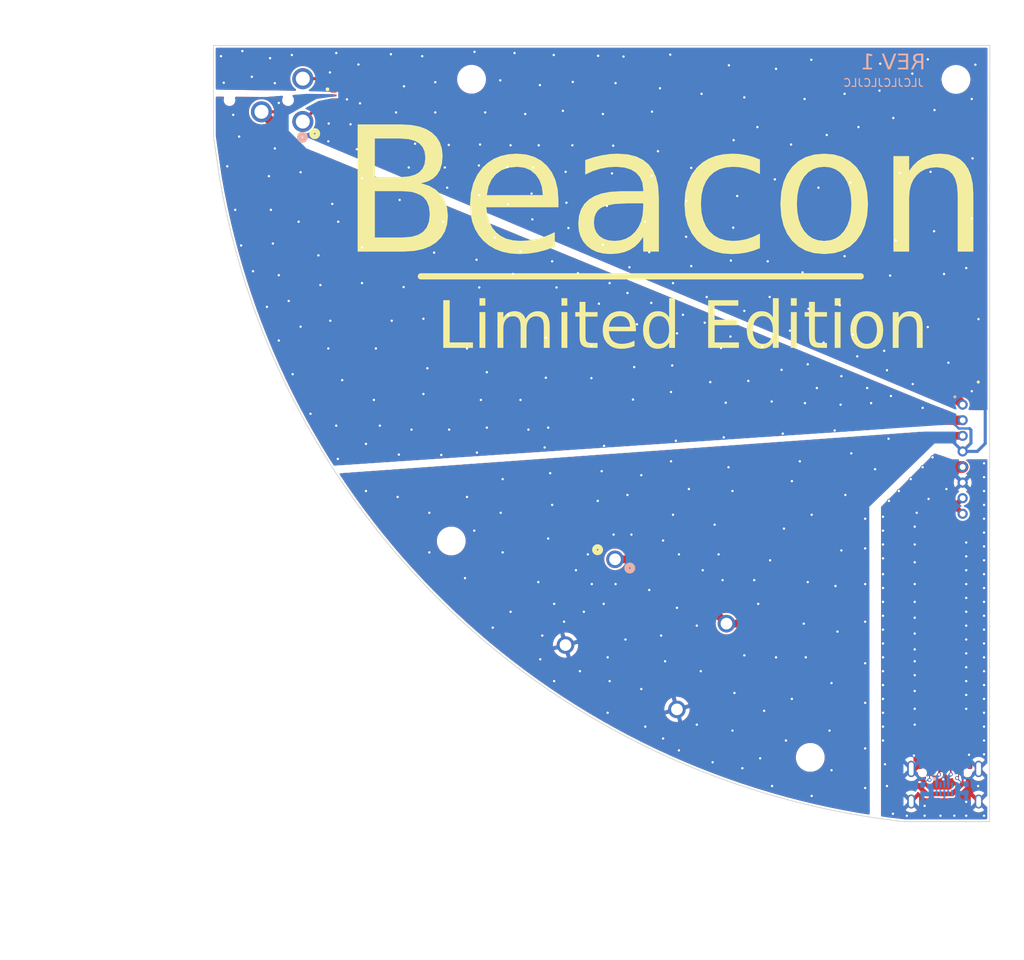
<source format=kicad_pcb>
(kicad_pcb (version 20221018) (generator pcbnew)
  (title_block (title "Beacon") (date "2023-09-02") (rev "1") (company "Beep Boop"))
  (layers (0 "F.Cu" signal) (1 "In1.Cu" signal) (2 "In2.Cu" signal) (3 "In3.Cu" signal) (4 "In4.Cu" signal) (31 "B.Cu" signal) (34 "B.Paste" user) (35 "F.Paste" user) (36 "B.SilkS" user "B.Silkscreen") (37 "F.SilkS" user "F.Silkscreen") (38 "B.Mask" user) (39 "F.Mask" user) (44 "Edge.Cuts" user))
  (net 0 "")
  (net 1 "Board_0-/Audio_Board/+5V")
  (net 2 "Board_0-/Audio_Board/AUDIO_GND_SEN")
  (net 3 "Board_0-/Audio_Board/AUDIO_HP")
  (net 4 "Board_0-/Audio_Board/AUDIO_SP")
  (net 5 "Board_0-/Audio_Board/USB_DN")
  (net 6 "Board_0-/Audio_Board/USB_DP")
  (net 7 "Board_0-GND")
  (net 8 "Board_0-Net-(D502-Pad1)")
  (net 9 "Board_0-Net-(J510-CC1)")
  (net 10 "Board_0-Net-(J510-CC2)")
  (net 11 "Board_0-unconnected-(D504-Pad5)")
  (net 12 "Board_0-unconnected-(D504E-NC-Pad10)")
  (net 13 "Board_0-unconnected-(D504E-NC-Pad6)")
  (net 14 "Board_0-unconnected-(D504E-NC-Pad7)")
  (net 15 "Board_0-unconnected-(D504E-NC-Pad9)")
  (net 16 "Board_0-unconnected-(D505-Pad2)")
  (net 17 "Board_0-unconnected-(D505-Pad5)")
  (net 18 "Board_0-unconnected-(D505E-NC-Pad10)")
  (net 19 "Board_0-unconnected-(D505E-NC-Pad6)")
  (net 20 "Board_0-unconnected-(D505E-NC-Pad7)")
  (net 21 "Board_0-unconnected-(D505E-NC-Pad9)")
  (net 22 "Board_0-unconnected-(J510-SBU1-PadA8)")
  (net 23 "Board_0-unconnected-(J510-SBU2-PadB8)")
  (footprint "Footprint_Library:Mounting_Hole_M3" (layer "F.Cu") (at 236.793535 111.285)
    (fp_text reference "" hide)
    (fp_text value "")
  )
  (footprint "Footprint_Library:0402_CUT-N-JUMP" (layer "F.Cu") (at 180.750735 30.1142 90)
    (fp_text reference "J503" hide)
    (fp_text value "0402")
  )
  (footprint "Footprint_Library:0402_CUT-N-JUMP" (layer "F.Cu") (at 252.785135 109.5654 90)
    (fp_text reference "J508" hide)
    (fp_text value "0402")
  )
  (footprint "Footprint_Library:1206_3216Metric_Handsolder" (layer "F.Cu") (at 247.908335 106.5682 90)
    (fp_text reference "F502" hide)
    (fp_text value "1A1_1206_08")
  )
  (footprint "Footprint_Library:1206_3216Metric_Handsolder" (layer "F.Cu") (at 180.674535 25.864701 90)
    (fp_text reference "C509" hide)
    (fp_text value "1u00_1206_10_T")
  )
  (footprint "Footprint_Library:Mounting_Hole_M3" (layer "F.Cu") (at 255.473535 24.314)
    (fp_text reference "" hide)
    (fp_text value "")
  )
  (footprint "Footprint_Library:0402_CUT-N-JUMP" (layer "F.Cu") (at 254.410735 109.5654 90)
    (fp_text reference "J511" hide)
    (fp_text value "0402")
  )
  (footprint "Footprint_Library:Mounting_Hole_M3" (layer "F.Cu") (at 190.763535 83.525)
    (fp_text reference "" hide)
    (fp_text value "")
  )
  (footprint "Footprint_Library:PESD4USB5BTBSX" (layer "F.Cu") (at 176.127935 26.9138 -90)
    (fp_text reference "D504" hide)
    (fp_text value "PESD4USB5B" hide)
  )
  (footprint "Footprint_Library:0201_0804Metric_Handsolder" (layer "F.Cu") (at 230.065435 95.640801 -90)
    (fp_text reference "D506" hide)
    (fp_text value "TVSL02V03C011")
  )
  (footprint "Footprint_Library:USB4105-GF-A" (layer "F.Cu") (at 254.018954 115.631)
    (fp_text reference "J510" hide)
    (fp_text value "USB_C_Receptacle_USB2.0")
  )
  (footprint "Footprint_Library:Mounting_Hole_M3" (layer "F.Cu") (at 193.363535 24.295)
    (fp_text reference "" hide)
    (fp_text value "")
  )
  (footprint "Footprint_Library:0402_1005Metric_Handsolder" (layer "F.Cu") (at 252.336635 107.0254)
    (fp_text reference "C531" hide)
    (fp_text value "????_0402_25")
  )
  (footprint "Footprint_Library:CONN_1x08_P2.00mm_Horizontal" (layer "F.Cu") (at 256.290335 73.075 -90)
    (fp_text reference "J105" hide)
    (fp_text value "Conn_01x08_Pin")
  )
  (footprint "Footprint_Library:0402_1005Metric_Handsolder" (layer "F.Cu") (at 254.859235 107.0254 180)
    (fp_text reference "C532" hide)
    (fp_text value "????_0402_25")
  )
  (footprint "Footprint_Library:Testpoint_Pad_D1.0mm" (layer "F.Cu") (at 256.239535 108.905)
    (fp_text reference "TP508" hide)
    (fp_text value "USB_DP")
  )
  (footprint "Footprint_Library:NYS2162U" (layer "F.Cu") (at 215.866739 95.531162 -30)
    (fp_text reference "J513" hide)
    (fp_text value "Conn_01x02_Pin")
  )
  (footprint "Footprint_Library:1206_3216Metric_Handsolder" (layer "F.Cu") (at 228.393436 83.6828 180)
    (fp_text reference "C514" hide)
    (fp_text value "1u00_1206_10_T")
  )
  (footprint "Footprint_Library:0201_0804Metric_Handsolder" (layer "F.Cu") (at 247.705135 110.1242 180)
    (fp_text reference "D502" hide)
    (fp_text value "ESDZV5HS-1BF4")
  )
  (footprint "PCM_kikit:Board" (layer "F.Cu") (at 259.473535 20.015)
    (fp_text reference "Audio")
    (fp_text value "Board")
  )
  (footprint "Footprint_Library:STX3000" (layer "F.Cu") (at 166.438954 27.009)
    (fp_text reference "J509" hide)
    (fp_text value "Conn_01x03_Pin")
  )
  (footprint "Footprint_Library:Testpoint_Pad_D1.0mm" (layer "F.Cu") (at 250.905535 108.905)
    (fp_text reference "TP507" hide)
    (fp_text value "USB_DN")
  )
  (footprint "Footprint_Library:0402_CUT-N-JUMP" (layer "F.Cu") (at 233.404535 86.2065 90)
    (fp_text reference "J505" hide)
    (fp_text value "0402")
  )
  (footprint "Footprint_Library:0402_1005Metric_Handsolder" (layer "B.Cu") (at 256.747535 115.3145 90)
    (fp_text reference "R518" hide)
    (fp_text value "5k10_0402_010")
  )
  (footprint "Footprint_Library:0402_1005Metric_Handsolder" (layer "B.Cu") (at 251.159535 115.4161 90)
    (fp_text reference "R517" hide)
    (fp_text value "5k10_0402_010")
  )
  (footprint "Footprint_Library:PESD4USB5BTBSX" (layer "B.Cu") (at 253.944135 115.3615)
    (fp_text reference "D505" hide)
    (fp_text value "PESD4USB5B" hide)
  )
  (gr_line (start 243.221035 49.615) (end 186.826035 49.615) (stroke (width 0.8)) (layer "F.SilkS"))
  (gr_line (start 160.232047 20) (end 259.767954 20) (stroke (width 0.1)) (layer "Edge.Cuts"))
  (gr_line (start 259.767954 20) (end 259.733954 119.568) (stroke (width 0.1)) (layer "Edge.Cuts"))
  (gr_line (start 248.811953 119.567998) (end 248.811953 119.567998) (stroke (width 0.1)) (layer "Edge.Cuts"))
  (gr_line (start 160.983506 36.815956) (end 160.244366 31.689727) (stroke (width 0.1)) (layer "Edge.Cuts"))
  (gr_arc (start 248.811953 119.567998) (mid 192.953615 94.64508) (end 160.983506 36.815956) (stroke (width 0.1)) (layer "Edge.Cuts"))
  (gr_line (start 160.244366 31.689727) (end 160.232047 20) (stroke (width 0.1)) (layer "Edge.Cuts"))
  (gr_line (start 259.733954 119.568) (end 248.811953 119.567998) (stroke (width 0.1)) (layer "Edge.Cuts"))
  (gr_text "JLCJLCJLCJLC" (at 251.373535 25.365) (layer "B.SilkS") (effects (font (size 1 1)) (justify left bottom mirror)))
  (gr_text "REV 1" (at 251.523535 23.415) (layer "B.SilkS") (effects (font (size 2 2) (thickness 0.375)) (justify left bottom mirror)))
  (gr_text "Beacon" (at 176.521035 49.165) (layer "F.SilkS") (effects (font (size 16 16) (thickness 1) italic) (justify left bottom)))
  (gr_text "Limited Edition" (at 188.871035 59.815) (layer "F.SilkS") (effects (font (size 6 6) (thickness 0.75)) (justify left bottom)))
  (segment (start 247.908335 79.6442) (end 253.477535 74.075) (width 1.5) (layer "F.Cu") (net 1))
  (segment (start 247.908335 105.0257) (end 247.908335 79.6442) (width 1.5) (layer "F.Cu") (net 1))
  (segment (start 253.477535 74.075) (end 256.290335 74.075) (width 1.5) (layer "F.Cu") (net 1))
  (segment (start 166.388954 28.509) (end 206.044954 68.165) (width 1.2) (layer "F.Cu") (net 2))
  (segment (start 256.290335 68.075) (end 206.134954 68.075) (width 1.2) (layer "F.Cu") (net 2))
  (segment (start 169.909935 28.509) (end 172.005135 26.4138) (width 0.4) (layer "F.Cu") (net 2))
  (segment (start 172.005135 26.4138) (end 175.640435 26.4138) (width 0.3) (layer "F.Cu") (net 2))
  (segment (start 206.134954 68.075) (end 206.044954 68.165) (width 0.25) (layer "F.Cu") (net 2))
  (segment (start 166.388954 28.509) (end 169.909935 28.509) (width 0.4) (layer "F.Cu") (net 2))
  (segment (start 180.674535 27.625) (end 180.674535 27.447201) (width 0.4) (layer "F.Cu") (net 3))
  (segment (start 180.226835 29.0728) (end 180.725735 29.5717) (width 0.4) (layer "F.Cu") (net 3))
  (segment (start 175.640435 27.4138) (end 174.883335 27.4138) (width 0.3) (layer "F.Cu") (net 3))
  (segment (start 175.473535 25.765) (end 175.473535 25.7469) (width 0.4) (layer "F.Cu") (net 3))
  (segment (start 177.016935 24.9326) (end 175.619935 24.9326) (width 0.4) (layer "F.Cu") (net 3))
  (segment (start 256.290335 66.075) (end 220.964535 30.7492) (width 1.2) (layer "F.Cu") (net 3))
  (segment (start 174.883335 27.4138) (end 174.773535 27.5236) (width 0.4) (layer "F.Cu") (net 3))
  (segment (start 180.768235 30.7492) (end 180.725735 30.7067) (width 1) (layer "F.Cu") (net 3))
  (segment (start 173.985635 24.259) (end 171.688954 24.259) (width 0.4) (layer "F.Cu") (net 3))
  (segment (start 218.222154 30.7492) (end 180.768235 30.7492) (width 1.2) (layer "F.Cu") (net 3))
  (segment (start 174.773535 28.215) (end 175.631335 29.0728) (width 0.4) (layer "F.Cu") (net 3))
  (segment (start 174.773535 27.5236) (end 174.773535 28.215) (width 0.4) (layer "F.Cu") (net 3))
  (segment (start 177.626535 29.0728) (end 179.226735 29.0728) (width 0.4) (layer "F.Cu") (net 3))
  (segment (start 174.034154 27.4138) (end 171.688954 29.759) (width 0.4) (layer "F.Cu") (net 3))
  (segment (start 179.226735 29.0728) (end 180.674535 27.625) (width 0.4) (layer "F.Cu") (net 3))
  (segment (start 180.725735 29.5717) (end 180.725735 30.7067) (width 0.4) (layer "F.Cu") (net 3))
  (segment (start 174.883335 27.4138) (end 174.034154 27.4138) (width 0.4) (layer "F.Cu") (net 3))
  (segment (start 175.473535 25.7469) (end 175.139585 25.41295) (width 0.4) (layer "F.Cu") (net 3))
  (segment (start 177.626535 29.0728) (end 178.159935 28.5394) (width 0.4) (layer "F.Cu") (net 3))
  (segment (start 220.964535 30.7492) (end 218.222154 30.7492) (width 1.2) (layer "F.Cu") (net 3))
  (segment (start 175.619935 24.9326) (end 175.139585 25.41295) (width 0.4) (layer "F.Cu") (net 3))
  (segment (start 175.631335 29.0728) (end 177.626535 29.0728) (width 0.4) (layer "F.Cu") (net 3))
  (segment (start 179.226735 29.0728) (end 180.226835 29.0728) (width 0.4) (layer "F.Cu") (net 3))
  (segment (start 175.139585 25.41295) (end 173.985635 24.259) (width 0.4) (layer "F.Cu") (net 3))
  (segment (start 178.159935 26.0756) (end 177.016935 24.9326) (width 0.4) (layer "F.Cu") (net 3))
  (segment (start 178.159935 28.5394) (end 178.159935 26.0756) (width 0.4) (layer "F.Cu") (net 3))
  (segment (start 251.940335 70.075) (end 236.351335 85.664) (width 1) (layer "F.Cu") (net 4))
  (segment (start 228.950637 94.168503) (end 230.065435 95.283301) (width 0.4) (layer "F.Cu") (net 4))
  (segment (start 226.006545 94.168503) (end 217.756545 85.918503) (width 1) (layer "F.Cu") (net 4))
  (segment (start 229.975936 83.6828) (end 231.398335 83.6828) (width 1) (layer "F.Cu") (net 4))
  (segment (start 233.379535 92.3442) (end 231.042735 94.681) (width 1) (layer "F.Cu") (net 4))
  (segment (start 231.398335 83.6828) (end 233.379535 85.664) (width 1) (layer "F.Cu") (net 4))
  (segment (start 217.756545 85.918503) (end 211.717126 85.918503) (width 1) (layer "F.Cu") (net 4))
  (segment (start 233.379535 86.799) (end 233.379535 85.664) (width 0.4) (layer "F.Cu") (net 4))
  (segment (start 256.290335 70.075) (end 252.886735 70.075) (width 1) (layer "F.Cu") (net 4))
  (segment (start 236.351335 85.664) (end 233.379535 85.664) (width 1) (layer "F.Cu") (net 4))
  (segment (start 226.006545 94.168503) (end 228.950637 94.168503) (width 1) (layer "F.Cu") (net 4))
  (segment (start 233.379535 92.3442) (end 233.379535 86.799) (width 1) (layer "F.Cu") (net 4))
  (segment (start 230.065435 95.283301) (end 230.440434 95.283301) (width 0.4) (layer "F.Cu") (net 4))
  (segment (start 230.440434 95.283301) (end 231.042735 94.681) (width 0.4) (layer "F.Cu") (net 4))
  (segment (start 252.886735 70.075) (end 251.940335 70.075) (width 1) (layer "F.Cu") (net 4))
  (segment (start 253.186935 108.5961) (end 253.186935 80.169712) (width 0.645) (layer "F.Cu") (net 5))
  (segment (start 252.785135 111.0386) (end 252.785135 110.1829) (width 0.4) (layer "F.Cu") (net 5))
  (segment (start 252.642235 108.905) (end 252.760135 109.0229) (width 0.13) (layer "F.Cu") (net 5))
  (segment (start 253.186935 80.169712) (end 254.667647 78.689) (width 0.645) (layer "F.Cu") (net 5))
  (segment (start 253.268954 112.231) (end 253.268954 112.631269) (width 0.13) (layer "F.Cu") (net 5))
  (segment (start 254.232935 113.1214) (end 254.283735 113.0706) (width 0.2) (layer "F.Cu") (net 5))
  (segment (start 253.268954 112.631269) (end 253.267735 112.632488) (width 0.13) (layer "F.Cu") (net 5))
  (segment (start 250.905535 108.905) (end 252.642235 108.905) (width 0.13) (layer "F.Cu") (net 5))
  (segment (start 254.283735 112.245781) (end 254.268954 112.231) (width 0.13) (layer "F.Cu") (net 5))
  (segment (start 253.318535 113.1214) (end 254.232935 113.1214) (width 0.2) (layer "F.Cu") (net 5))
  (segment (start 253.267735 113.0706) (end 253.318535 113.1214) (width 0.2) (layer "F.Cu") (net 5))
  (segment (start 253.268954 112.231) (end 253.268954 111.522419) (width 0.2) (layer "F.Cu") (net 5))
  (segment (start 252.760135 109.0229) (end 253.186935 108.5961) (width 0.645) (layer "F.Cu") (net 5))
  (segment (start 254.283735 113.0706) (end 254.283735 112.245781) (width 0.2) (layer "F.Cu") (net 5))
  (segment (start 254.667647 78.689) (end 255.676335 78.689) (width 0.645) (layer "F.Cu") (net 5))
  (segment (start 253.267735 113.0706) (end 253.267735 113.5278) (width 0.2) (layer "F.Cu") (net 5))
  (segment (start 253.268954 111.522419) (end 252.785135 111.0386) (width 0.2) (layer "F.Cu") (net 5))
  (segment (start 252.785135 110.1829) (end 252.760135 110.1579) (width 0.2) (layer "F.Cu") (net 5))
  (segment (start 255.676335 78.689) (end 256.290335 78.075) (width 0.645) (layer "F.Cu") (net 5))
  (segment (start 252.760135 110.1579) (end 252.760135 109.0229) (width 0.5) (layer "F.Cu") (net 5))
  (segment (start 253.267735 112.632488) (end 253.267735 113.0706) (width 0.2) (layer "F.Cu") (net 5))
  (via (at 253.267735 113.5278) (size 0.5) (drill 0.3) (layers "F.Cu" "B.Cu") (net 5))
  (segment (start 253.267735 113.5278) (end 252.944135 113.8514) (width 0.4) (layer "B.Cu") (net 5))
  (segment (start 252.944135 113.8514) (end 252.944135 114.874) (width 0.4) (layer "B.Cu") (net 5))
  (segment (start 254.768954 112.231) (end 254.768954 111.781233) (width 0.2) (layer "F.Cu") (net 6))
  (segment (start 254.768954 111.781233) (end 255.172735 111.377452) (width 0.2) (layer "F.Cu") (net 6))
  (segment (start 253.958935 80.489488) (end 254.987423 79.461) (width 0.645) (layer "F.Cu") (net 6))
  (segment (start 255.172735 111.0894) (end 255.121935 111.0386) (width 0.2) (layer "F.Cu") (net 6))
  (segment (start 254.359935 110.1837) (end 254.359935 109.0487) (width 0.5) (layer "F.Cu") (net 6))
  (segment (start 254.987423 79.461) (end 255.676335 79.461) (width 0.645) (layer "F.Cu") (net 6))
  (segment (start 254.385735 109.0229) (end 253.958935 108.5961) (width 0.645) (layer "F.Cu") (net 6))
  (segment (start 254.359935 110.1837) (end 254.385735 110.1579) (width 0.2) (layer "F.Cu") (net 6))
  (segment (start 254.768954 112.231) (end 254.768954 113.5024) (width 0.2) (layer "F.Cu") (net 6))
  (segment (start 253.768954 111.629581) (end 254.359935 111.0386) (width 0.2) (layer "F.Cu") (net 6))
  (segment (start 256.239535 108.905) (end 254.503635 108.905) (width 0.13) (layer "F.Cu") (net 6))
  (segment (start 253.768954 111.629581) (end 253.768954 112.231) (width 0.2) (layer "F.Cu") (net 6))
  (segment (start 254.768954 112.231) (end 254.768954 111.830731) (width 0.13) (layer "F.Cu") (net 6))
  (segment (start 253.958935 108.5961) (end 253.958935 80.489488) (width 0.645) (layer "F.Cu") (net 6))
  (segment (start 255.121935 111.0386) (end 254.359935 111.0386) (width 0.2) (layer "F.Cu") (net 6))
  (segment (start 254.359935 109.0487) (end 254.385735 109.0229) (width 0.5) (layer "F.Cu") (net 6))
  (segment (start 255.676335 79.461) (end 256.290335 80.075) (width 0.645) (layer "F.Cu") (net 6))
  (segment (start 254.503635 108.905) (end 254.385735 109.0229) (width 0.13) (layer "F.Cu") (net 6))
  (segment (start 254.359935 111.0386) (end 254.359935 110.1837) (width 0.4) (layer "F.Cu") (net 6))
  (segment (start 255.172735 111.377452) (end 255.172735 111.0894) (width 0.2) (layer "F.Cu") (net 6))
  (via (at 254.768954 113.5024) (size 0.5) (drill 0.3) (layers "F.Cu" "B.Cu") (net 6))
  (segment (start 254.768954 113.5024) (end 254.444135 113.827219) (width 0.4) (layer "B.Cu") (net 6))
  (segment (start 254.444135 113.827219) (end 254.444135 114.874) (width 0.4) (layer "B.Cu") (net 6))
  (segment (start 250.818954 112.231) (end 250.818954 111.866419) (width 0.4) (layer "F.Cu") (net 7))
  (segment (start 177.347135 26.9138) (end 176.640435 26.9138) (width 0.25) (layer "F.Cu") (net 7))
  (segment (start 257.218954 111.103619) (end 257.103135 110.9878) (width 0.4) (layer "F.Cu") (net 7))
  (segment (start 250.818954 111.866419) (end 250.041935 111.0894) (width 0.4) (layer "F.Cu") (net 7))
  (segment (start 257.218954 112.231) (end 257.218954 111.103619) (width 0.4) (layer "F.Cu") (net 7))
  (via (at 172.673535 67.249) (size 0.5) (drill 0.3) (layers "F.Cu" "B.Cu") (net 7))
  (via (at 183.849535 77.917) (size 0.5) (drill 0.3) (layers "F.Cu" "B.Cu") (net 7))
  (via (at 241.253535 77.663) (size 0.5) (drill 0.3) (layers "F.Cu" "B.Cu") (net 7))
  (via (at 249.635535 75.631) (size 0.5) (drill 0.3) (layers "F.Cu" "B.Cu") (net 7))
  (via (at 250.041935 111.0894) (size 0.5) (drill 0.3) (layers "F.Cu" "B.Cu") (net 7))
  (via (at 205.388735 36.2102) (size 0.5) (drill 0.3) (layers "F.Cu" "B.Cu") (net 7))
  (via (at 257.560335 34.483) (size 0.5) (drill 0.3) (layers "F.Cu" "B.Cu") (net 7))
  (via (at 203.153535 69.027) (size 0.5) (drill 0.3) (layers "F.Cu" "B.Cu") (net 7))
  (via (at 171.403535 56.073) (size 0.5) (drill 0.3) (layers "F.Cu" "B.Cu") (net 7))
  (via (at 235.411535 73.345) (size 0.5) (drill 0.3) (layers "F.Cu" "B.Cu") (net 7))
  (via (at 187.913535 85.029) (size 0.5) (drill 0.3) (layers "F.Cu" "B.Cu") (net 7))
  (via (at 245.723935 22.3418) (size 0.5) (drill 0.3) (layers "F.Cu" "B.Cu") (net 7))
  (via (at 226.775535 77.155) (size 0.5) (drill 0.3) (layers "F.Cu" "B.Cu") (net 7))
  (via (at 169.879535 52.771) (size 0.5) (drill 0.3) (layers "F.Cu" "B.Cu") (net 7))
  (via (at 163.935935 20.7162) (size 0.5) (drill 0.3) (layers "F.Cu" "B.Cu") (net 7))
  (via (at 197.311535 75.631) (size 0.5) (drill 0.3) (layers "F.Cu" "B.Cu") (net 7))
  (via (at 250.143535 81.727) (size 0.5) (drill 0.3) (layers "F.Cu" "B.Cu") (net 7))
  (via (at 236.935535 80.203) (size 0.5) (drill 0.3) (layers "F.Cu" "B.Cu") (net 7))
  (via (at 240.745535 62.423) (size 0.5) (drill 0.3) (layers "F.Cu" "B.Cu") (net 7))
  (via (at 218.139535 98.999) (size 0.5) (drill 0.3) (layers "F.Cu" "B.Cu") (net 7))
  (via (at 195.076335 28.5902) (size 0.5) (drill 0.3) (layers "F.Cu" "B.Cu") (net 7))
  (via (at 252.683535 28.2854) (size 0.5) (drill 0.3) (layers "F.Cu" "B.Cu") (net 7))
  (via (at 251.159535 66.487) (size 0.5) (drill 0.3) (layers "F.Cu" "B.Cu") (net 7))
  (via (at 183.087535 55.311) (size 0.5) (drill 0.3) (layers "F.Cu" "B.Cu") (net 7))
  (via (at 246.079535 98.491) (size 0.5) (drill 0.3) (layers "F.Cu" "B.Cu") (net 7))
  (via (at 232.363535 98.491) (size 0.5) (drill 0.3) (layers "F.Cu" "B.Cu") (net 7))
  (via (at 178.820335 22.4434) (size 0.5) (drill 0.3) (layers "F.Cu" "B.Cu") (net 7))
  (via (at 236.884735 21.8338) (size 0.5) (drill 0.3) (layers "F.Cu" "B.Cu") (net 7))
  (via (at 213.313535 51.755) (size 0.5) (drill 0.3) (layers "F.Cu" "B.Cu") (net 7))
  (via (at 208.741535 89.093) (size 0.5) (drill 0.3) (layers "F.Cu" "B.Cu") (net 7))
  (via (at 202.848735 62.6262) (size 0.5) (drill 0.3) (layers "F.Cu" "B.Cu") (net 7))
  (via (at 202.086735 25.085) (size 0.5) (drill 0.3) (layers "F.Cu" "B.Cu") (net 7))
  (via (at 238.865935 31.4858) (size 0.5) (drill 0.3) (layers "F.Cu" "B.Cu") (net 7))
  (via (at 174.959535 58.867) (size 0.5) (drill 0.3) (layers "F.Cu" "B.Cu") (net 7))
  (via (at 190.453535 69.281) (size 0.5) (drill 0.3) (layers "F.Cu" "B.Cu") (net 7))
  (via (at 249.127535 118.811) (size 0.5) (drill 0.3) (layers "F.Cu" "B.Cu") (net 7))
  (via (at 220.882735 39.9186) (size 0.5) (drill 0.3) (layers "F.Cu" "B.Cu") (net 7))
  (via (at 243.793535 84.521) (size 0.5) (drill 0.3) (layers "F.Cu" "B.Cu") (net 7))
  (via (at 219.663535 56.9366) (size 0.5) (drill 0.3) (layers "F.Cu" "B.Cu") (net 7))
  (via (at 212.805535 21.4274) (size 0.5) (drill 0.3) (layers "F.Cu" "B.Cu") (net 7))
  (via (at 210.163935 45.5574) (size 0.5) (drill 0.3) (layers "F.Cu" "B.Cu") (net 7))
  (via (at 217.225135 33.5686) (size 0.5) (drill 0.3) (layers "F.Cu" "B.Cu") (net 7))
  (via (at 189.437535 72.5322) (size 0.5) (drill 0.3) (layers "F.Cu" "B.Cu") (net 7))
  (via (at 251.819935 21.783) (size 0.5) (drill 0.3) (layers "F.Cu" "B.Cu") (net 7))
  (via (at 187.151535 64.709) (size 0.5) (drill 0.3) (layers "F.Cu" "B.Cu") (net 7))
  (via (at 246.079535 84.013) (size 0.5) (drill 0.3) (layers "F.Cu" "B.Cu") (net 7))
  (via (at 187.151535 55.057) (size 0.5) (drill 0.3) (layers "F.Cu" "B.Cu") (net 7))
  (via (at 198.022735 54.549) (size 0.5) (drill 0.3) (layers "F.Cu" "B.Cu") (net 7))
  (via (at 250.143535 84.013) (size 0.5) (drill 0.3) (layers "F.Cu" "B.Cu") (net 7))
  (via (at 186.999135 21.3766) (size 0.5) (drill 0.3) (layers "F.Cu" "B.Cu") (net 7))
  (via (at 256.747535 105.095) (size 0.5) (drill 0.3) (layers "F.Cu" "B.Cu") (net 7))
  (via (at 171.403535 36.261) (size 0.5) (drill 0.3) (layers "F.Cu" "B.Cu") (net 7))
  (via (at 184.611535 50.993) (size 0.5) (drill 0.3) (layers "F.Cu" "B.Cu") (net 7))
  (via (at 213.567535 48.453) (size 0.5) (drill 0.3) (layers "F.Cu" "B.Cu") (net 7))
  (via (at 254.207535 76.901) (size 0.5) (drill 0.3) (layers "F.Cu" "B.Cu") (net 7))
  (via (at 256.747535 94.427) (size 0.5) (drill 0.3) (layers "F.Cu" "B.Cu") (net 7))
  (via (at 177.804335 30.1142) (size 0.5) (drill 0.3) (layers "F.Cu" "B.Cu") (net 7))
  (via (at 179.277535 45.913) (size 0.5) (drill 0.3) (layers "F.Cu" "B.Cu") (net 7))
  (via (at 256.747535 99.761) (size 0.5) (drill 0.3) (layers "F.Cu" "B.Cu") (net 7))
  (via (at 175.010335 30.0126) (size 0.5) (drill 0.3) (layers "F.Cu" "B.Cu") (net 7))
  (via (at 231.296735 47.691) (size 0.5) (drill 0.3) (layers "F.Cu" "B.Cu") (net 7))
  (via (at 259.033535 118.811) (size 0.5) (drill 0.3) (layers "F.Cu" "B.Cu") (net 7))
  (via (at 259.033535 84.267) (size 0.5) (drill 0.3) (layers "F.Cu" "B.Cu") (net 7))
  (via (at 259.033535 93.157) (size 0.5) (drill 0.3) (layers "F.Cu" "B.Cu") (net 7))
  (via (at 199.597535 65.471) (size 0.5) (drill 0.3) (layers "F.Cu" "B.Cu") (net 7))
  (via (at 221.492335 35.7022) (size 0.5) (drill 0.3) (layers "F.Cu" "B.Cu") (net 7))
  (via (at 194.314335 39.2074) (size 0.5) (drill 0.3) (layers "F.Cu" "B.Cu") (net 7))
  (via (at 215.091535 102.555) (size 0.5) (drill 0.3) (layers "F.Cu" "B.Cu") (net 7))
  (via (at 193.958735 47.4878) (size 0.5) (drill 0.3) (layers "F.Cu" "B.Cu") (net 7))
  (via (at 226.572335 47.5894) (size 0.5) (drill 0.3) (layers "F.Cu" "B.Cu") (net 7))
  (via (at 246.079535 100.269) (size 0.5) (drill 0.3) (layers "F.Cu" "B.Cu") (net 7))
  (via (at 189.894735 35.6514) (size 0.5) (drill 0.3) (layers "F.Cu" "B.Cu") (net 7))
  (via (at 188.673535 24.715) (size 0.5) (drill 0.3) (layers "F.Cu" "B.Cu") (net 7))
  (via (at 241.913935 37.5818) (size 0.5) (drill 0.3) (layers "F.Cu" "B.Cu") (net 7))
  (via (at 220.831935 44.5414) (size 0.5) (drill 0.3) (layers "F.Cu" "B.Cu") (net 7))
  (via (at 203.915535 101.539) (size 0.5) (drill 0.3) (layers "F.Cu" "B.Cu") (net 7))
  (via (at 230.331535 111.445) (size 0.5) (drill 0.3) (layers "F.Cu" "B.Cu") (net 7))
  (via (at 205.744335 43.4238) (size 0.5) (drill 0.3) (layers "F.Cu" "B.Cu") (net 7))
  (via (at 163.021535 41.087) (size 0.5) (drill 0.3) (layers "F.Cu" "B.Cu") (net 7))
  (via (at 246.841535 78.425) (size 0.5) (drill 0.3) (layers "F.Cu" "B.Cu") (net 7))
  (via (at 243.793535 93.919) (size 0.5) (drill 0.3) (layers "F.Cu" "B.Cu") (net 7))
  (via (at 183.646335 28.5902) (size 0.5) (drill 0.3) (layers "F.Cu" "B.Cu") (net 7))
  (via (at 197.921135 35.6006) (size 0.5) (drill 0.3) (layers "F.Cu" "B.Cu") (net 7))
  (via (at 181.563535 68.773) (size 0.5) (drill 0.3) (layers "F.Cu" "B.Cu") (net 7))
  (via (at 179.277535 50.485) (size 0.5) (drill 0.3) (layers "F.Cu" "B.Cu") (net 7))
  (via (at 243.793535 115.255) (size 0.5) (drill 0.3) (layers "F.Cu" "B.Cu") (net 7))
  (via (at 247.705135 44.9986) (size 0.5) (drill 0.3) (layers "F.Cu" "B.Cu") (net 7))
  (via (at 241.151935 26.2026) (size 0.5) (drill 0.3) (layers "F.Cu" "B.Cu") (net 7))
  (via (at 259.033535 80.711) (size 0.5) (drill 0.3) (layers "F.Cu" "B.Cu") (net 7))
  (via (at 231.601535 86.045) (size 0.5) (drill 0.3) (layers "F.Cu" "B.Cu") (net 7))
  (via (at 163.529535 31.689) (size 0.5) (drill 0.3) (layers "F.Cu" "B.Cu") (net 7))
  (via (at 206.303135 24.6786) (size 0.5) (drill 0.3) (layers "F.Cu" "B.Cu") (net 7))
  (via (at 250.143535 95.443) (size 0.5) (drill 0.3) (layers "F.Cu" "B.Cu") (net 7))
  (via (at 234.395535 75.885) (size 0.5) (drill 0.3) (layers "F.Cu" "B.Cu") (net 7))
  (via (at 239.983535 89.347) (size 0.5) (drill 0.3) (layers "F.Cu" "B.Cu") (net 7))
  (via (at 256.747535 87.315) (size 0.5) (drill 0.3) (layers "F.Cu" "B.Cu") (net 7))
  (via (at 188.523135 46.5734) (size 0.5) (drill 0.3) (layers "F.Cu" "B.Cu") (net 7))
  (via (at 257.458735 26.863) (size 0.5) (drill 0.3) (layers "F.Cu" "B.Cu") (net 7))
  (via (at 227.029535 103.063) (size 0.5) (drill 0.3) (layers "F.Cu" "B.Cu") (net 7))
  (via (at 186.084735 32.6034) (size 0.5) (drill 0.3) (layers "F.Cu" "B.Cu") (net 7))
  (via (at 194.415935 32.705) (size 0.5) (drill 0.3) (layers "F.Cu" "B.Cu") (net 7))
  (via (at 215.599535 42.611) (size 0.5) (drill 0.3) (layers "F.Cu" "B.Cu") (net 7))
  (via (at 245.622335 25.7962) (size 0.5) (drill 0.3) (layers "F.Cu" "B.Cu") (net 7))
  (via (at 250.143535 91.379) (size 0.5) (drill 0.3) (layers "F.Cu" "B.Cu") (net 7))
  (via (at 184.662335 25.2374) (size 0.5) (drill 0.3) (layers "F.Cu" "B.Cu") (net 7))
  (via (at 239.221535 107.889) (size 0.5) (drill 0.3) (layers "F.Cu" "B.Cu") (net 7))
  (via (at 214.177135 61.2546) (size 0.5) (drill 0.3) (layers "F.Cu" "B.Cu") (net 7))
  (via (at 202.391535 95.697) (size 0.5) (drill 0.3) (layers "F.Cu" "B.Cu") (net 7))
  (via (at 240.542335 53.3298) (size 0.5) (drill 0.3) (layers "F.Cu" "B.Cu") (net 7))
  (via (at 214.532735 55.7682) (size 0.5) (drill 0.3) (layers "F.Cu" "B.Cu") (net 7))
  (via (at 258.322335 55.1078) (size 0.5) (drill 0.3) (layers "F.Cu" "B.Cu") (net 7))
  (via (at 229.569535 88.585) (size 0.5) (drill 0.3) (layers "F.Cu" "B.Cu") (net 7))
  (via (at 194.009535 72.2274) (size 0.5) (drill 0.3) (layers "F.Cu" "B.Cu") (net 7))
  (via (at 180.801535 65.471) (size 0.5) (drill 0.3) (layers "F.Cu" "B.Cu") (net 7))
  (via (at 241.151935 47.0306) (size 0.5) (drill 0.3) (layers "F.Cu" "B.Cu") (net 7))
  (via (at 209.554335 21.3258) (size 0.5) (drill 0.3) (layers "F.Cu" "B.Cu") (net 7))
  (via (at 224.997535 85.283) (size 0.5) (drill 0.3) (layers "F.Cu" "B.Cu") (net 7))
  (via (at 250.143535 98.999) (size 0.5) (drill 0.3) (layers "F.Cu" "B.Cu") (net 7))
  (via (at 226.521535 57.343) (size 0.5) (drill 0.3) (layers "F.Cu" "B.Cu") (net 7))
  (via (at 250.143535 102.809) (size 0.5) (drill 0.3) (layers "F.Cu" "B.Cu") (net 7))
  (via (at 203.407535 74.869) (size 0.5) (drill 0.3) (layers "F.Cu" "B.Cu") (net 7))
  (via (at 179.023535 27.4218) (size 0.5) (drill 0.3) (layers "F.Cu" "B.Cu") (net 7))
  (via (at 210.163935 28.7934) (size 0.5) (drill 0.3) (layers "F.Cu" "B.Cu") (net 7))
  (via (at 257.458735 64.3534) (size 0.5) (drill 0.3) (layers "F.Cu" "B.Cu") (net 7))
  (via (at 208.690735 58.5114) (size 0.5) (drill 0.3) (layers "F.Cu" "B.Cu") (net 7))
  (via (at 246.079535 85.791) (size 0.5) (drill 0.3) (layers "F.Cu" "B.Cu") (net 7))
  (via (at 243.793535 89.093) (size 0.5) (drill 0.3) (layers "F.Cu" "B.Cu") (net 7))
  (via (at 228.299535 98.237) (size 0.5) (drill 0.3) (layers "F.Cu" "B.Cu") (net 7))
  (via (at 174.959535 32.2986) (size 0.5) (drill 0.3) (layers "F.Cu" "B.Cu") (net 7))
  (via (at 246.079535 91.379) (size 0.5) (drill 0.3) (layers "F.Cu" "B.Cu") (net 7))
  (via (at 243.793535 80.711) (size 0.5) (drill 0.3) (layers "F.Cu" "B.Cu") (net 7))
  (via (at 217.885535 108.905) (size 0.5) (drill 0.3) (layers "F.Cu" "B.Cu") (net 7))
  (via (at 194.263535 35.3974) (size 0.5) (drill 0.3) (layers "F.Cu" "B.Cu") (net 7))
  (via (at 225.505535 88.585) (size 0.5) (drill 0.3) (layers "F.Cu" "B.Cu") (net 7))
  (via (at 246.790735 70.4494) (size 0.5) (drill 0.3) (layers "F.Cu" "B.Cu") (net 7))
  (via (at 216.361535 53.025) (size 0.5) (drill 0.3) (layers "F.Cu" "B.Cu") (net 7))
  (via (at 196.295535 44.643) (size 0.5) (drill 0.3) (layers "F.Cu" "B.Cu") (net 7))
  (via (at 239.881935 69.3826) (size 0.5) (drill 0.3) (layers "F.Cu" "B.Cu") (net 7))
  (via (at 244.555535 65.8774) (size 0.5) (drill 0.3) (layers "F.Cu" "B.Cu") (net 7))
  (via (at 173.689535 46.929) (size 0.5) (drill 0.3) (layers "F.Cu" "B.Cu") (net 7))
  (via (at 218.799935 21.1734) (size 0.5) (drill 0.3) (layers "F.Cu" "B.Cu") (net 7))
  (via (at 242.929935 30.4698) (size 0.5) (drill 0.3) (layers "F.Cu" "B.Cu") (net 7))
  (via (at 234.395535 103.825) (size 0.5) (drill 0.3) (layers "F.Cu" "B.Cu") (net 7))
  (via (at 259.033535 91.379) (size 0.5) (drill 0.3) (layers "F.Cu" "B.Cu") (net 7))
  (via (at 242.777535 59.883) (size 0.5) (drill 0.3) (layers "F.Cu" "B.Cu") (net 7))
  (via (at 205.185535 93.919) (size 0.5) (drill 0.3) (layers "F.Cu" "B.Cu") (net 7))
  (via (at 246.079535 96.713) (size 0.5) (drill 0.3) (layers "F.Cu" "B.Cu") (net 7))
  (via (at 255.223535 118.811) (size 0.5) (drill 0.3) (layers "F.Cu" "B.Cu") (net 7))
  (via (at 247.095535 64.963) (size 0.5) (drill 0.3) (layers "F.Cu" "B.Cu") (net 7))
  (via (at 163.783535 45.659) (size 0.5) (drill 0.3) (layers "F.Cu" "B.Cu") (net 7))
  (via (at 211.484735 32.8574) (size 0.5) (drill 0.3) (layers "F.Cu" "B.Cu") (net 7))
  (via (at 243.793535 110.175) (size 0.5) (drill 0.3) (layers "F.Cu" "B.Cu") (net 7))
  (via (at 198.327535 32.8066) (size 0.5) (drill 0.3) (layers "F.Cu" "B.Cu") (net 7))
  (via (at 254.461535 60.6958) (size 0.5) (drill 0.3) (layers "F.Cu" "B.Cu") (net 7))
  (via (at 246.079535 94.935) (size 0.5) (drill 0.3) (layers "F.Cu" "B.Cu") (net 7))
  (via (at 243.793535 99.253) (size 0.5) (drill 0.3) (layers "F.Cu" "B.Cu") (net 7))
  (via (at 185.627535 69.281) (size 0.5) (drill 0.3) (layers "F.Cu" "B.Cu") (net 7))
  (via (at 250.143535 89.093) (size 0.5) (drill 0.3) (layers "F.Cu" "B.Cu") (net 7))
  (via (at 178.617135 33.3146) (size 0.5) (drill 0.3) (layers "F.Cu" "B.Cu") (net 7))
  (via (at 203.661535 47.691) (size 0.5) (drill 0.3) (layers "F.Cu" "B.Cu") (net 7))
  (via (at 227.385135 39.309) (size 0.5) (drill 0.3) (layers "F.Cu" "B.Cu") (net 7))
  (via (at 200.207135 28.7934) (size 0.5) (drill 0.3) (layers "F.Cu" "B.Cu") (net 7))
  (via (at 256.747535 89.093) (size 0.5) (drill 0.3) (layers "F.Cu" "B.Cu") (net 7))
  (via (at 235.919535 94.173) (size 0.5) (drill 0.3) (layers "F.Cu" "B.Cu") (net 7))
  (via (at 259.033535 109.159) (size 0.5) (drill 0.3) (layers "F.Cu" "B.Cu") (net 7))
  (via (at 245.063535 74.361) (size 0.5) (drill 0.3) (layers "F.Cu" "B.Cu") (net 7))
  (via (at 210.265535 91.633) (size 0.5) (drill 0.3) (layers "F.Cu" "B.Cu") (net 7))
  (via (at 253.801135 114.1374) (size 0.5) (drill 0.3) (layers "F.Cu" "B.Cu") (net 7))
  (via (at 253.902735 49.3166) (size 0.5) (drill 0.3) (layers "F.Cu" "B.Cu") (net 7))
  (via (at 165.307535 48.961) (size 0.5) (drill 0.3) (layers "F.Cu" "B.Cu") (net 7))
  (via (at 211.789535 89.093) (size 0.5) (drill 0.3) (layers "F.Cu" "B.Cu") (net 7))
  (via (at 233.633535 109.159) (size 0.5) (drill 0.3) (layers "F.Cu" "B.Cu") (net 7))
  (via (at 209.503535 78.425) (size 0.5) (drill 0.3) (layers "F.Cu" "B.Cu") (net 7))
  (via (at 259.033535 77.155) (size 0.5) (drill 0.3) (layers "F.Cu" "B.Cu") (net 7))
  (via (at 176.737535 62.931) (size 0.5) (drill 0.3) (layers "F.Cu" "B.Cu") (net 7))
  (via (at 192.739535 77.917) (size 0.5) (drill 0.3) (layers "F.Cu" "B.Cu") (net 7))
  (via (at 202.848735 57.4954) (size 0.5) (drill 0.3) (layers "F.Cu" "B.Cu") (net 7))
  (via (at 249.838735 23.6118) (size 0.5) (drill 0.3) (layers "F.Cu" "B.Cu") (net 7))
  (via (at 231.855535 115.001) (size 0.5) (drill 0.3) (layers "F.Cu" "B.Cu") (net 7))
  (via (at 236.427535 88.839) (size 0.5) (drill 0.3) (layers "F.Cu" "B.Cu") (net 7))
  (via (at 210.671935 40.579) (size 0.5) (drill 0.3) (layers "F.Cu" "B.Cu") (net 7))
  (via (at 243.793535 104.333) (size 0.5) (drill 0.3) (layers "F.Cu" "B.Cu") (net 7))
  (via (at 208.233535 85.283) (size 0.5) (drill 0.3) (layers "F.Cu" "B.Cu") (net 7))
  (via (at 252.429535 72.837) (size 0.5) (drill 0.3) (layers "F.Cu" "B.Cu") (net 7))
  (via (at 251.921535 78.171) (size 0.5) (drill 0.3) (layers "F.Cu" "B.Cu") (net 7))
  (via (at 204.220335 51.0438) (size 0.5) (drill 0.3) (layers "F.Cu" "B.Cu") (net 7))
  (via (at 259.033535 75.377) (size 0.5) (drill 0.3) (layers "F.Cu" "B.Cu") (net 7))
  (via (at 233.227135 69.789) (size 0.5) (drill 0.3) (layers "F.Cu" "B.Cu") (net 7))
  (via (at 226.267535 74.107) (size 0.5) (drill 0.3) (layers "F.Cu" "B.Cu") (net 7))
  (via (at 195.279535 61.915) (size 0.5) (drill 0.3) (layers "F.Cu" "B.Cu") (net 7))
  (via (at 237.799135 38.2422) (size 0.5) (drill 0.3) (layers "F.Cu" "B.Cu") (net 7))
  (via (at 194.314335 51.0438) (size 0.5) (drill 0.3) (layers "F.Cu" "B.Cu") (net 7))
  (via (at 198.327535 92.649) (size 0.5) (drill 0.3) (layers "F.Cu" "B.Cu") (net 7))
  (via (at 192.739535 58.867) (size 0.5) (drill 0.3) (layers "F.Cu" "B.Cu") (net 7))
  (via (at 259.033535 94.935) (size 0.5) (drill 0.3) (layers "F.Cu" "B.Cu") (net 7))
  (via (at 231.804735 65.6742) (size 0.5) (drill 0.3) (layers "F.Cu" "B.Cu") (net 7))
  (via (at 177.347135 26.9138) (size 0.5) (drill 0.3) (layers "F.Cu" "B.Cu") (net 7))
  (via (at 246.079535 109.159) (size 0.5) (drill 0.3) (layers "F.Cu" "B.Cu") (net 7))
  (via (at 199.597535 46.421) (size 0.5) (drill 0.3) (layers "F.Cu" "B.Cu") (net 7))
  (via (at 244.047535 63.947) (size 0.5) (drill 0.3) (layers "F.Cu" "B.Cu") (net 7))
  (via (at 175.467535 40.325) (size 0.5) (drill 0.3) (layers "F.Cu" "B.Cu") (net 7))
  (via (at 231.550735 52.263) (size 0.5) (drill 0.3) (layers "F.Cu" "B.Cu") (net 7))
  (via (at 230.839535 105.349) (size 0.5) (drill 0.3) (layers "F.Cu" "B.Cu") (net 7))
  (via (at 216.107535 89.855) (size 0.5) (drill 0.3) (layers "F.Cu" "B.Cu") (net 7))
  (via (at 246.333535 112.207) (size 0.5) (drill 0.3) (layers "F.Cu" "B.Cu") (net 7))
  (via (at 234.293935 32.705) (size 0.5) (drill 0.3) (layers "F.Cu" "B.Cu") (net 7))
  (via (at 251.413535 117.541) (size 0.5) (drill 0.3) (layers "F.Cu" "B.Cu") (net 7))
  (via (at 250.143535 100.777) (size 0.5) (drill 0.3) (layers "F.Cu" "B.Cu") (net 7))
  (via (at 239.475535 101.793) (size 0.5) (drill 0.3) (layers "F.Cu" "B.Cu") (net 7))
  (via (at 198.632335 49.3166) (size 0.5) (drill 0.3) (layers "F.Cu" "B.Cu") (net 7))
  (via (at 168.609535 57.851) (size 0.5) (drill 0.3) (layers "F.Cu" "B.Cu") (net 7))
  (via (at 196.041535 94.681) (size 0.5) (drill 0.3) (layers "F.Cu" "B.Cu") (net 7))
  (via (at 211.027535 50.485) (size 0.5) (drill 0.3) (layers "F.Cu" "B.Cu") (net 7))
  (via (at 203.915535 91.633) (size 0.5) (drill 0.3) (layers "F.Cu" "B.Cu") (net 7))
  (via (at 161.192735 21.3766) (size 0.5) (drill 0.3) (layers "F.Cu" "B.Cu") (net 7))
  (via (at 257.458735 42.2046) (size 0.5) (drill 0.3) (layers "F.Cu" "B.Cu") (net 7))
  (via (at 246.079535 105.603) (size 0.5) (drill 0.3) (layers "F.Cu" "B.Cu") (net 7))
  (via (at 165.155135 24.0182) (size 0.5) (drill 0.3) (layers "F.Cu" "B.Cu") (net 7))
  (via (at 257.103135 110.9878) (size 0.5) (drill 0.3) (layers "F.Cu" "B.Cu") (net 7))
  (via (at 193.673535 82.235) (size 0.5) (drill 0.3) (layers "F.Cu" "B.Cu") (net 7))
  (via (at 256.747535 85.537) (size 0.5) (drill 0.3) (layers "F.Cu" "B.Cu") (net 7))
  (via (at 229.975935 30.4698) (size 0.5) (drill 0.3) (layers "F.Cu" "B.Cu") (net 7))
  (via (at 256.747535 118.811) (size 0.5) (drill 0.3) (layers "F.Cu" "B.Cu") (net 7))
  (via (at 256.747535 83.759) (size 0.5) (drill 0.3) (layers "F.Cu" "B.Cu") (net 7))
  (via (at 251.159535 74.107) (size 0.5) (drill 0.3) (layers "F.Cu" "B.Cu") (net 7))
  (via (at 225.302335 58.8162) (size 0.5) (drill 0.3) (layers "F.Cu" "B.Cu") (net 7))
  (via (at 226.927935 32.1462) (size 0.5) (drill 0.3) (layers "F.Cu" "B.Cu") (net 7))
  (via (at 223.930735 63.185) (size 0.5) (drill 0.3) (layers "F.Cu" "B.Cu") (net 7))
  (via (at 246.079535 103.825) (size 0.5) (drill 0.3) (layers "F.Cu" "B.Cu") (net 7))
  (via (at 252.632735 43.8302) (size 0.5) (drill 0.3) (layers "F.Cu" "B.Cu") (net 7))
  (via (at 246.993935 49.5198) (size 0.5) (drill 0.3) (layers "F.Cu" "B.Cu") (net 7))
  (via (at 215.091535 75.123) (size 0.5) (drill 0.3) (layers "F.Cu" "B.Cu") (net 7))
  (via (at 246.079535 87.823) (size 0.5) (drill 0.3) (layers "F.Cu" "B.Cu") (net 7))
  (via (at 202.696335 71.567) (size 0.5) (drill 0.3) (layers "F.Cu" "B.Cu") (net 7))
  (via (at 176.229535 42.611) (size 0.5) (drill 0.3) (layers "F.Cu" "B.Cu") (net 7))
  (via (at 222.203535 107.127) (size 0.5) (drill 0.3) (layers "F.Cu" "B.Cu") (net 7))
  (via (at 188.675535 28.5902) (size 0.5) (drill 0.3) (layers "F.Cu" "B.Cu") (net 7))
  (via (at 248.213135 36.3626) (size 0.5) (drill 0.3) (layers "F.Cu" "B.Cu") (net 7))
  (via (at 256.747535 92.649) (size 0.5) (drill 0.3) (layers "F.Cu" "B.Cu") (net 7))
  (via (at 223.219535 55.565) (size 0.5) (drill 0.3) (layers "F.Cu" "B.Cu") (net 7))
  (via (at 168.609535 27.371) (size 0.5) (drill 0.3) (layers "F.Cu" "B.Cu") (net 7))
  (via (at 228.807535 63.0326) (size 0.5) (drill 0.3) (layers "F.Cu" "B.Cu") (net 7))
  (via (at 195.279535 69.027) (size 0.5) (drill 0.3) (layers "F.Cu" "B.Cu") (net 7))
  (via (at 256.747535 117.033) (size 0.5) (drill 0.3) (layers "F.Cu" "B.Cu") (net 7))
  (via (at 226.775535 107.889) (size 0.5) (drill 0.3) (layers "F.Cu" "B.Cu") (net 7))
  (via (at 176.178735 73.0402) (size 0.5) (drill 0.3) (layers "F.Cu" "B.Cu") (net 7))
  (via (at 221.187535 76.901) (size 0.5) (drill 0.3) (layers "F.Cu" "B.Cu") (net 7))
  (via (at 217.631535 95.697) (size 0.5) (drill 0.3) (layers "F.Cu" "B.Cu") (net 7))
  (via (at 222.711535 100.269) (size 0.5) (drill 0.3) (layers "F.Cu" "B.Cu") (net 7))
  (via (at 205.033135 28.387) (size 0.5) (drill 0.3) (layers "F.Cu" "B.Cu") (net 7))
  (via (at 226.877135 43.373) (size 0.5) (drill 0.3) (layers "F.Cu" "B.Cu") (net 7))
  (via (at 200.613535 69.281) (size 0.5) (drill 0.3) (layers "F.Cu" "B.Cu") (net 7))
  (via (at 162.767535 28.895) (size 0.5) (drill 0.3) (layers "F.Cu" "B.Cu") (net 7))
  (via (at 250.143535 105.095) (size 0.5) (drill 0.3) (layers "F.Cu" "B.Cu") (net 7))
  (via (at 233.379535 81.981) (size 0.5) (drill 0.3) (layers "F.Cu" "B.Cu") (net 7))
  (via (at 211.027535 101.539) (size 0.5) (drill 0.3) (layers "F.Cu" "B.Cu") (net 7))
  (via (at 224.235535 111.953) (size 0.5) (drill 0.3) (layers "F.Cu" "B.Cu") (net 7))
  (via (at 197.311535 85.029) (size 0.5) (drill 0.3) (layers "F.Cu" "B.Cu") (net 7))
  (via (at 170.285935 21.2242) (size 0.5) (drill 0.3) (layers "F.Cu" "B.Cu") (net 7))
  (via (at 175.162735 23.4594) (size 0.5) (drill 0.3) (layers "F.Cu" "B.Cu") (net 7))
  (via (at 167.491935 21.6306) (size 0.5) (drill 0.3) (layers "F.Cu" "B.Cu") (net 7))
  (via (at 167.339535 36.769) (size 0.5) (drill 0.3) (layers "F.Cu" "B.Cu") (net 7))
  (via (at 236.935535 116.271) (size 0.5) (drill 0.3) (layers "F.Cu" "B.Cu") (net 7))
  (via (at 225.911935 65.8266) (size 0.5) (drill 0.3) (layers "F.Cu" "B.Cu") (net 7))
  (via (at 201.121535 42.3062) (size 0.5) (drill 0.3) (layers "F.Cu" "B.Cu") (net 7))
  (via (at 216.463135 28.4886) (size 0.5) (drill 0.3) (layers "F.Cu" "B.Cu") (net 7))
  (via (at 247.349535 118.557) (size 0.5) (drill 0.3) (layers "F.Cu" "B.Cu") (net 7))
  (via (at 225.657935 70.265) (size 0.5) (drill 0.3) (layers "F.Cu" "B.Cu") (net 7))
  (via (at 247.400335 29.3014) (size 0.5) (drill 0.3) (layers "F.Cu" "B.Cu") (net 7))
  (via (at 250.143535 93.411) (size 0.5) (drill 0.3) (layers "F.Cu" "B.Cu") (net 7))
  (via (at 179.785535 77.155) (size 0.5) (drill 0.3) (layers "F.Cu" "B.Cu") (net 7))
  (via (at 219.917535 85.283) (size 0.5) (drill 0.3) (layers "F.Cu" "B.Cu") (net 7))
  (via (at 175.213535 55.311) (size 0.5) (drill 0.3) (layers "F.Cu" "B.Cu") (net 7))
  (via (at 239.475535 112.969) (size 0.5) (drill 0.3) (layers "F.Cu" "B.Cu") (net 7))
  (via (at 259.033535 89.601) (size 0.5) (drill 0.3) (layers "F.Cu" "B.Cu") (net 7))
  (via (at 213.821535 82.743) (size 0.5) (drill 0.3) (layers "F.Cu" "B.Cu") (net 7))
  (via (at 219.917535 110.429) (size 0.5) (drill 0.3) (layers "F.Cu" "B.Cu") (net 7))
  (via (at 246.587535 61.661) (size 0.5) (drill 0.3) (layers "F.Cu" "B.Cu") (net 7))
  (via (at 216.412335 36.7182) (size 0.5) (drill 0.3) (layers "F.Cu" "B.Cu") (net 7))
  (via (at 197.006735 24.4754) (size 0.5) (drill 0.3) (layers "F.Cu" "B.Cu") (net 7))
  (via (at 211.535535 82.743) (size 0.5) (drill 0.3) (layers "F.Cu" "B.Cu") (net 7))
  (via (at 168.101535 24.831) (size 0.5) (drill 0.3) (layers "F.Cu" "B.Cu") (net 7))
  (via (at 219.155535 50.485) (size 0.5) (drill 0.3) (layers "F.Cu" "B.Cu") (net 7))
  (via (at 171.149535 42.611) (size 0.5) (drill 0.3) (layers "F.Cu" "B.Cu") (net 7))
  (via (at 246.079535 107.381) (size 0.5) (drill 0.3) (layers "F.Cu" "B.Cu") (net 7))
  (via (at 258.271535 115.001) (size 0.5) (drill 0.3) (layers "F.Cu" "B.Cu") (net 7))
  (via (at 205.490335 40.1726) (size 0.5) (drill 0.3) (layers "F.Cu" "B.Cu") (net 7))
  (via (at 213.313535 77.663) (size 0.5) (drill 0.3) (layers "F.Cu" "B.Cu") (net 7))
  (via (at 167.593535 41.087) (size 0.5) (drill 0.3) (layers "F.Cu" "B.Cu") (net 7))
  (via (at 250.143535 86.299) (size 0.5) (drill 0.3) (layers "F.Cu" "B.Cu") (net 7))
  (via (at 240.643935 66.0806) (size 0.5) (drill 0.3) (layers "F.Cu" "B.Cu") (net 7))
  (via (at 203.864735 21.2242) (size 0.5) (drill 0.3) (layers "F.Cu" "B.Cu") (net 7))
  (via (at 250.143535 97.475) (size 0.5) (drill 0.3) (layers "F.Cu" "B.Cu") (net 7))
  (via (at 259.033535 96.713) (size 0.5) (drill 0.3) (layers "F.Cu" "B.Cu") (net 7))
  (via (at 246.231935 59.1718) (size 0.5) (drill 0.3) (layers "F.Cu" "B.Cu") (net 7))
  (via (at 210.773535 98.491) (size 0.5) (drill 0.3) (layers "F.Cu" "B.Cu") (net 7))
  (via (at 259.033535 102.047) (size 0.5) (drill 0.3) (layers "F.Cu" "B.Cu") (net 7))
  (via (at 184.001935 72.4814) (size 0.5) (drill 0.3) (layers "F.Cu" "B.Cu") (net 7))
  (via (at 246.079535 80.457) (size 0.5) (drill 0.3) (layers "F.Cu" "B.Cu") (net 7))
  (via (at 179.277535 37.023) (size 0.5) (drill 0.3) (layers "F.Cu" "B.Cu") (net 7))
  (via (at 240.237535 95.189) (size 0.5) (drill 0.3) (layers "F.Cu" "B.Cu") (net 7))
  (via (at 242.015535 72.329) (size 0.5) (drill 0.3) (layers "F.Cu" "B.Cu") (net 7))
  (via (at 259.033535 73.599) (size 0.5) (drill 0.3) (layers "F.Cu" "B.Cu") (net 7))
  (via (at 201.883535 88.839) (size 0.5) (drill 0.3) (layers "F.Cu" "B.Cu") (net 7))
  (via (at 221.492335 48.3006) (size 0.5) (drill 0.3) (layers "F.Cu" "B.Cu") (net 7))
  (via (at 218.901535 73.345) (size 0.5) (drill 0.3) (layers "F.Cu" "B.Cu") (net 7))
  (via (at 240.745535 84.775) (size 0.5) (drill 0.3) (layers "F.Cu" "B.Cu") (net 7))
  (via (at 220.425535 54.549) (size 0.5) (drill 0.3) (layers "F.Cu" "B.Cu") (net 7))
  (via (at 256.747535 90.871) (size 0.5) (drill 0.3) (layers "F.Cu" "B.Cu") (net 7))
  (via (at 201.019935 39.0042) (size 0.5) (drill 0.3) (layers "F.Cu" "B.Cu") (net 7))
  (via (at 222.965535 87.315) (size 0.5) (drill 0.3) (layers "F.Cu" "B.Cu") (net 7))
  (via (at 201.223135 35.6514) (size 0.5) (drill 0.3) (layers "F.Cu" "B.Cu") (net 7))
  (via (at 253.445535 118.811) (size 0.5) (drill 0.3) (layers "F.Cu" "B.Cu") (net 7))
  (via (at 246.079535 102.047) (size 0.5) (drill 0.3) (layers "F.Cu" "B.Cu") (net 7))
  (via (at 219.155535 80.203) (size 0.5) (drill 0.3) (layers "F.Cu" "B.Cu") (net 7))
  (via (at 214.024735 65.4202) (size 0.5) (drill 0.3) (layers "F.Cu" "B.Cu") (net 7))
  (via (at 192.485535 88.331) (size 0.5) (drill 0.3) (layers "F.Cu" "B.Cu") (net 7))
  (via (at 185.271935 35.6514) (size 0.5) (drill 0.3) (layers "F.Cu" "B.Cu") (net 7))
  (via (at 237.595935 63.947) (size 0.5) (drill 0.3) (layers "F.Cu" "B.Cu") (net 7))
  (via (at 167.085535 53.533) (size 0.5) (drill 0.3) (layers "F.Cu" "B.Cu") (net 7))
  (via (at 190.402735 32.7558) (size 0.5) (drill 0.3) (layers "F.Cu" "B.Cu") (net 7))
  (via (at 210.773535 105.603) (size 0.5) (drill 0.3) (layers "F.Cu" "B.Cu") (net 7))
  (via (at 211.789535 24.831) (size 0.5) (drill 0.3) (layers "F.Cu" "B.Cu") (net 7))
  (via (at 203.153535 83.251) (size 0.5) (drill 0.3) (layers "F.Cu" "B.Cu") (net 7))
  (via (at 233.074735 61.6102) (size 0.5) (drill 0.3) (layers "F.Cu" "B.Cu") (net 7))
  (via (at 187.913535 79.949) (size 0.5) (drill 0.3) (layers "F.Cu" "B.Cu") (net 7))
  (via (at 251.819935 56.1238) (size 0.5) (drill 0.3) (layers "F.Cu" "B.Cu") (net 7))
  (via (at 217.479135 25.4914) (size 0.5) (drill 0.3) (layers "F.Cu" "B.Cu") (net 7))
  (via (at 201.934335 32.8066) (size 0.5) (drill 0.3) (layers "F.Cu" "B.Cu") (net 7))
  (via (at 236.071935 65.8774) (size 0.5) (drill 0.3) (layers "F.Cu" "B.Cu") (net 7))
  (via (at 259.033535 105.603) (size 0.5) (drill 0.3) (layers "F.Cu" "B.Cu") (net 7))
  (via (at 211.332335 36.4134) (size 0.5) (drill 0.3) (layers "F.Cu" "B.Cu") (net 7))
  (via (at 230.585535 58.613) (size 0.5) (drill 0.3) (layers "F.Cu" "B.Cu") (net 7))
  (via (at 259.033535 86.045) (size 0.5) (drill 0.3) (layers "F.Cu" "B.Cu") (net 7))
  (via (at 222.203535 94.427) (size 0.5) (drill 0.3) (layers "F.Cu" "B.Cu") (net 7))
  (via (at 170.387535 62.169) (size 0.5) (drill 0.3) (layers "F.Cu" "B.Cu") (net 7))
  (via (at 167.847535 45.405) (size 0.5) (drill 0.3) (layers "F.Cu" "B.Cu") (net 7))
  (via (at 175.975535 68.773) (size 0.5) (drill 0.3) (layers "F.Cu" "B.Cu") (net 7))
  (via (at 236.021135 26.863) (size 0.5) (drill 0.3) (layers "F.Cu" "B.Cu") (net 7))
  (via (at 203.661535 78.933) (size 0.5) (drill 0.3) (layers "F.Cu" "B.Cu") (net 7))
  (via (at 202.137535 98.745) (size 0.5) (drill 0.3) (layers "F.Cu" "B.Cu") (net 7))
  (via (at 218.901535 64.455) (size 0.5) (drill 0.3) (layers "F.Cu" "B.Cu") (net 7))
  (via (at 259.033535 103.825) (size 0.5) (drill 0.3) (layers "F.Cu" "B.Cu") (net 7))
  (via (at 219.663535 92.141) (size 0.5) (drill 0.3) (layers "F.Cu" "B.Cu") (net 7))
  (via (at 259.033535 87.823) (size 0.5) (drill 0.3) (layers "F.Cu" "B.Cu") (net 7))
  (via (at 259.033535 82.489) (size 0.5) (drill 0.3) (layers "F.Cu" "B.Cu") (net 7))
  (via (at 210.011535 74.615) (size 0.5) (drill 0.3) (layers "F.Cu" "B.Cu") (net 7))
  (via (at 256.747535 101.539) (size 0.5) (drill 0.3) (layers "F.Cu" "B.Cu") (net 7))
  (via (at 251.413535 118.811) (size 0.5) (drill 0.3) (layers "F.Cu" "B.Cu") (net 7))
  (via (at 232.211135 37.1754) (size 0.5) (drill 0.3) (layers "F.Cu" "B.Cu") (net 7))
  (via (at 222.813135 26.2026) (size 0.5) (drill 0.3) (layers "F.Cu" "B.Cu") (net 7))
  (via (at 259.033535 100.269) (size 0.5) (drill 0.3) (layers "F.Cu" "B.Cu") (net 7))
  (via (at 235.767135 49.1134) (size 0.5) (drill 0.3) (layers "F.Cu" "B.Cu") (net 7))
  (via (at 198.835535 20.9702) (size 0.5) (drill 0.3) (layers "F.Cu" "B.Cu") (net 7))
  (via (at 168.609535 49.469) (size 0.5) (drill 0.3) (layers "F.Cu" "B.Cu") (net 7))
  (via (at 259.033535 107.381) (size 0.5) (drill 0.3) (layers "F.Cu" "B.Cu") (net 7))
  (via (at 259.033535 110.937) (size 0.5) (drill 0.3) (layers "F.Cu" "B.Cu") (net 7))
  (via (at 215.599535 107.381) (size 0.5) (drill 0.3) (layers "F.Cu" "B.Cu") (net 7))
  (via (at 228.299535 54.041) (size 0.5) (drill 0.3) (layers "F.Cu" "B.Cu") (net 7))
  (via (at 206.709535 87.315) (size 0.5) (drill 0.3) (layers "F.Cu" "B.Cu") (net 7))
  (via (at 181.055535 58.867) (size 0.5) (drill 0.3) (layers "F.Cu" "B.Cu") (net 7))
  (via (at 182.985935 21.1226) (size 0.5) (drill 0.3) (layers "F.Cu" "B.Cu") (net 7))
  (via (at 228.045535 112.715) (size 0.5) (drill 0.3) (layers "F.Cu" "B.Cu") (net 7))
  (via (at 161.548335 24.7802) (size 0.5) (drill 0.3) (layers "F.Cu" "B.Cu") (net 7))
  (via (at 230.077535 91.633) (size 0.5) (drill 0.3) (layers "F.Cu" "B.Cu") (net 7))
  (via (at 162.005535 35.499) (size 0.5) (drill 0.3) (layers "F.Cu" "B.Cu") (net 7))
  (via (at 232.363535 23.0022) (size 0.5) (drill 0.3) (layers "F.Cu" "B.Cu") (net 7))
  (via (at 194.517535 65.471) (size 0.5) (drill 0.3) (layers "F.Cu" "B.Cu") (net 7))
  (via (at 224.489535 81.473) (size 0.5) (drill 0.3) (layers "F.Cu" "B.Cu") (net 7))
  (via (at 187.659535 61.407) (size 0.5) (drill 0.3) (layers "F.Cu" "B.Cu") (net 7))
  (via (at 207.217535 100.269) (size 0.5) (drill 0.3) (layers "F.Cu" "B.Cu") (net 7))
  (via (at 217.885535 83.505) (size 0.5) (drill 0.3) (layers "F.Cu" "B.Cu") (net 7))
  (via (at 209.655935 53.1266) (size 0.5) (drill 0.3) (layers "F.Cu" "B.Cu") (net 7))
  (via (at 190.199535 38.2422) (size 0.5) (drill 0.3) (layers "F.Cu" "B.Cu") (net 7))
  (via (at 207.725535 92.649) (size 0.5) (drill 0.3) (layers "F.Cu" "B.Cu") (net 7))
  (via (at 256.747535 96.205) (size 0.5) (drill 0.3) (layers "F.Cu" "B.Cu") (net 7))
  (via (at 206.252335 32.8066) (size 0.5) (drill 0.3) (layers "F.Cu" "B.Cu") (net 7))
  (via (at 242.218735 57.089) (size 0.5) (drill 0.3) (layers "F.Cu" "B.Cu") (net 7))
  (via (at 248.111535 77.155) (size 0.5) (drill 0.3) (layers "F.Cu" "B.Cu") (net 7))
  (via (at 249.889535 63.439) (size 0.5) (drill 0.3) (layers "F.Cu" "B.Cu") (net 7))
  (via (at 208.690735 62.677) (size 0.5) (drill 0.3) (layers "F.Cu" "B.Cu") (net 7))
  (via (at 193.704735 20.8178) (size 0.5) (drill 0.3) (layers "F.Cu" "B.Cu") (net 7))
  (via (at 189.691535 42.611) (size 0.5) (drill 0.3) (layers "F.Cu" "B.Cu") (net 7))
  (via (at 246.079535 93.157) (size 0.5) (drill 0.3) (layers "F.Cu" "B.Cu") (net 7))
  (via (at 256.747535 48.5546) (size 0.5) (drill 0.3) (layers "F.Cu" "B.Cu") (net 7))
  (via (at 197.057535 79.949) (size 0.5) (drill 0.3) (layers "F.Cu" "B.Cu") (net 7))
  (via (at 236.427535 60.899) (size 0.5) (drill 0.3) (layers "F.Cu" "B.Cu") (net 7))
  (via (at 259.033535 78.933) (size 0.5) (drill 0.3) (layers "F.Cu" "B.Cu") (net 7))
  (via (at 238.459535 58.105) (size 0.5) (drill 0.3) (layers "F.Cu" "B.Cu") (net 7))
  (via (at 256.747535 97.983) (size 0.5) (drill 0.3) (layers "F.Cu" "B.Cu") (net 7))
  (via (at 219.053935 61.0514) (size 0.5) (drill 0.3) (layers "F.Cu" "B.Cu") (net 7))
  (via (at 252.175535 36.2102) (size 0.5) (drill 0.3) (layers "F.Cu" "B.Cu") (net 7))
  (via (at 259.033535 98.491) (size 0.5) (drill 0.3) (layers "F.Cu" "B.Cu") (net 7))
  (via (at 228.299535 26.6598) (size 0.5) (drill 0.3) (layers "F.Cu" "B.Cu") (net 7))
  (via (at 216.107535 46.5226) (size 0.5) (drill 0.3) (layers "F.Cu" "B.Cu") (net 7))
  (via (at 256.747535 103.317) (size 0.5) (drill 0.3) (layers "F.Cu" "B.Cu") (net 7))
  (via (at 168.101535 33.213) (size 0.5) (drill 0.3) (layers "F.Cu" "B.Cu") (net 7))
  (via (at 175.975535 20.9702) (size 0.5) (drill 0.3) (layers "F.Cu" "B.Cu") (net 7))
  (via (at 213.059535 96.205) (size 0.5) (drill 0.3) (layers "F.Cu" "B.Cu") (net 7))
  (via (at 250.397535 79.949) (size 0.5) (drill 0.3) (layers "F.Cu" "B.Cu") (net 7))
  (via (at 173.943535 50.739) (size 0.5) (drill 0.3) (layers "F.Cu" "B.Cu") (net 7))
  (via (at 236.529135 53.787) (size 0.5) (drill 0.3) (layers "F.Cu" "B.Cu") (net 7))
  (via (at 197.971935 40.3758) (size 0.5) (drill 0.3) (layers "F.Cu" "B.Cu") (net 7))
  (via (at 184.103535 39.817) (size 0.5) (drill 0.3) (layers "F.Cu" "B.Cu") (net 7))
  (via (at 206.963535 49.215) (size 0.5) (drill 0.3) (layers "F.Cu" "B.Cu") (net 7))
  (via (at 219.511135 70.7034) (size 0.5) (drill 0.3) (layers "F.Cu" "B.Cu") (net 7))
  (via (at 246.079535 89.601) (size 0.5) (drill 0.3) (layers "F.Cu" "B.Cu") (net 7))
  (via (at 179.785535 71.1098) (size 0.5) (drill 0.3) (layers "F.Cu" "B.Cu") (net 7))
  (via (at 250.143535 107.127) (size 0.5) (drill 0.3) (layers "F.Cu" "B.Cu") (net 7))
  (via (at 223.473535 52.263) (size 0.5) (drill 0.3) (layers "F.Cu" "B.Cu") (net 7))
  (via (at 257.923535 22.465) (size 0.5) (drill 0.3) (layers "F.Cu" "B.Cu") (net 7))
  (via (at 236.173535 98.491) (size 0.5) (drill 0.3) (layers "F.Cu" "B.Cu") (net 7))
  (via (at 246.587535 115.001) (size 0.5) (drill 0.3) (layers "F.Cu" "B.Cu") (net 7))
  (via (at 234.141535 56.581) (size 0.5) (drill 0.3) (layers "F.Cu" "B.Cu") (net 7))
  (via (at 226.318335 22.545) (size 0.5) (drill 0.3) (layers "F.Cu" "B.Cu") (net 7))
  (via (at 210.316335 71.3638) (size 0.5) (drill 0.3) (layers "F.Cu" "B.Cu") (net 7))
  (via (at 246.079535 82.235) (size 0.5) (drill 0.3) (layers "F.Cu" "B.Cu") (net 7))
  (segment (start 256.290335 72.075) (end 257.357135 71.0082) (width 0.4) (layer "B.Cu") (net 7))
  (segment (start 256.290335 72.075) (end 255.172735 70.9574) (width 0.4) (layer "B.Cu") (net 7))
  (segment (start 257.160335 69.135) (end 255.788735 69.135) (width 0.3) (layer "B.Cu") (net 7))
  (segment (start 255.788735 69.135) (end 255.223535 68.5698) (width 0.3) (layer "B.Cu") (net 7))
  (segment (start 258.169935 72.075) (end 259.185935 71.059) (width 0.4) (layer "B.Cu") (net 7))
  (segment (start 253.944135 114.874) (end 253.944135 114.2804) (width 0.25) (layer "B.Cu") (net 7))
  (segment (start 257.357135 71.0082) (end 257.357135 69.3318) (width 0.4) (layer "B.Cu") (net 7))
  (segment (start 257.357135 69.3318) (end 257.160335 69.135) (width 0.4) (layer "B.Cu") (net 7))
  (segment (start 255.172735 70.9574) (end 255.172735 69.789) (width 0.4) (layer "B.Cu") (net 7))
  (segment (start 256.290335 72.075) (end 258.169935 72.075) (width 0.4) (layer "B.Cu") (net 7))
  (segment (start 253.944135 114.2804) (end 253.801135 114.1374) (width 0.25) (layer "B.Cu") (net 7))
  (segment (start 255.223535 68.5698) (end 255.223535 67.4014) (width 0.4) (layer "B.Cu") (net 7))
  (segment (start 259.185935 71.059) (end 259.185935 66.2838) (width 0.4) (layer "B.Cu") (net 7))
  (segment (start 256.418954 112.231) (end 256.290335 112.359619) (width 0.25) (layer "F.Cu") (net 8))
  (segment (start 248.062635 110.1242) (end 248.873535 110.1242) (width 0.4) (layer "F.Cu") (net 8))
  (segment (start 251.618954 111.396419) (end 249.842585 109.62005) (width 0.6) (layer "F.Cu") (net 8))
  (segment (start 256.290335 112.359619) (end 256.290335 114.6962) (width 0.25) (layer "F.Cu") (net 8))
  (segment (start 249.842585 109.62005) (end 249.377685 109.62005) (width 0.8) (layer "F.Cu") (net 8))
  (segment (start 248.619535 115.001) (end 248.111535 114.493) (width 0.8) (layer "F.Cu") (net 8))
  (segment (start 251.667535 116.017) (end 250.651535 115.001) (width 0.6) (layer "F.Cu") (net 8))
  (segment (start 256.290335 114.6962) (end 255.985535 115.001) (width 0.6) (layer "F.Cu") (net 8))
  (segment (start 255.985535 115.001) (end 254.969535 116.017) (width 0.6) (layer "F.Cu") (net 8))
  (segment (start 250.651535 115.001) (end 248.619535 115.001) (width 0.8) (layer "F.Cu") (net 8))
  (segment (start 249.025935 110.937) (end 249.025935 109.9718) (width 0.8) (layer "F.Cu") (net 8))
  (segment (start 248.111535 111.8514) (end 249.025935 110.937) (width 0.8) (layer "F.Cu") (net 8))
  (segment (start 248.111535 114.493) (end 248.111535 111.8514) (width 0.8) (layer "F.Cu") (net 8))
  (segment (start 251.618954 112.231) (end 251.618954 111.396419) (width 0.6) (layer "F.Cu") (net 8))
  (segment (start 249.377685 109.62005) (end 247.908335 108.1507) (width 0.8) (layer "F.Cu") (net 8))
  (segment (start 248.873535 110.1242) (end 249.025935 109.9718) (width 0.25) (layer "F.Cu") (net 8))
  (segment (start 249.025935 109.9718) (end 249.377685 109.62005) (width 0.4) (layer "F.Cu") (net 8))
  (segment (start 254.969535 116.017) (end 251.667535 116.017) (width 0.6) (layer "F.Cu") (net 8))
  (segment (start 252.048535 113.731) (end 252.048535 114.2136) (width 0.13) (layer "F.Cu") (net 9))
  (segment (start 252.768954 113.010581) (end 252.048535 113.731) (width 0.13) (layer "F.Cu") (net 9))
  (segment (start 252.768954 112.231) (end 252.768954 113.010581) (width 0.13) (layer "F.Cu") (net 9))
  (via (at 252.048535 114.2136) (size 0.5) (drill 0.3) (layers "F.Cu" "B.Cu") (net 9))
  (segment (start 251.794535 114.2136) (end 251.159535 114.8486) (width 0.13) (layer "B.Cu") (net 9))
  (segment (start 252.048535 114.2136) (end 251.794535 114.2136) (width 0.13) (layer "B.Cu") (net 9))
  (segment (start 255.579135 113.985) (end 255.768954 113.795181) (width 0.13) (layer "F.Cu") (net 10))
  (segment (start 255.768954 113.795181) (end 255.768954 112.231) (width 0.13) (layer "F.Cu") (net 10))
  (via (at 255.579135 113.985) (size 0.5) (drill 0.3) (layers "F.Cu" "B.Cu") (net 10))
  (segment (start 256.341135 114.747) (end 256.747535 114.747) (width 0.13) (layer "B.Cu") (net 10))
  (segment (start 255.579135 113.985) (end 256.341135 114.747) (width 0.13) (layer "B.Cu") (net 10))
  (zone (net 0) (net_name "") (layer "F.Cu") (connect_pads (clearance 0)) (min_thickness 0.25)
    (keepout (tracks allowed) (vias allowed) (pads allowed) (copperpour not_allowed) (footprints allowed))
    (fill (thermal_gap 0.5) (thermal_bridge_width 0.5))
    (polygon (pts (xy 257.763535 80.965) (xy 257.763535 77.155) (xy 253.445535 77.155) (xy 250.905535 79.441) (xy 251.159535 106.619) (xy 252.175535 106.619) (xy 252.175535 107.381) (xy 251.159535 107.381) (xy 251.159535 109.413) (xy 252.937535 111.699) (xy 255.985535 111.699) (xy 255.985535 107.381) (xy 254.969535 107.381) (xy 254.969535 106.619) (xy 255.985535 106.619) (xy 255.985535 82.743)))
  )
  (zone (net 7) (net_name "Board_0-GND") (layers "F&B.Cu") (priority 7) (connect_pads (clearance 0.26)) (min_thickness 0.25) (fill yes (thermal_gap 0.5) (thermal_bridge_width 0.5))
    (polygon (pts (xy 255.477535 68.5698) (xy 173.994335 74.0054) (xy 159.809535 45.101) (xy 159.809535 26.559) (xy 167.085535 26.609) (xy 172.165535 26.2026) (xy 175.721535 26.2534) (xy 175.721535 26.5582) (xy 175.213535 26.609) (xy 173.435535 26.863) (xy 169.879535 28.895) (xy 169.879535 30.927) (xy 172.165535 33.213) (xy 252.175535 65.979) (xy 255.477535 67.249)))
  )
  (zone (net 7) (net_name "Board_0-GND") (layers "F&B.Cu") (priority 10) (connect_pads (clearance 0.26)) (min_thickness 0.25) (fill yes (thermal_gap 0.5) (thermal_bridge_width 0.5))
    (polygon (pts (xy 255.477535 66.741) (xy 171.403535 31.435) (xy 170.387535 30.419) (xy 170.387535 28.895) (xy 173.689535 27.117) (xy 175.264335 26.8122) (xy 176.229535 26.7614) (xy 176.229535 25.9486) (xy 175.264335 25.9486) (xy 170.082735 25.7962) (xy 159.821135 25.6438) (xy 159.770335 19.0906) (xy 260.709935 19.1414) (xy 260.405135 66.7918)))
  )
  (zone (net 7) (net_name "Board_0-GND") (layers "F&B.Cu") (priority 6) (connect_pads (clearance 0.26)) (min_thickness 0.25) (fill yes (thermal_gap 0.5) (thermal_bridge_width 0.5))
    (polygon (pts (xy 255.528335 69.535) (xy 251.413535 69.535) (xy 174.673535 75.015) (xy 205.973535 111.515) (xy 244.373535 119.665) (xy 244.301535 79.187) (xy 252.683535 71.059) (xy 255.477535 71.059)))
  )
  (zone (net 7) (net_name "Board_0-GND") (layers "F&B.Cu") (priority 5) (connect_pads (clearance 0.26)) (min_thickness 0.25) (fill yes (thermal_gap 0.5) (thermal_bridge_width 0.5))
    (polygon (pts (xy 254.969535 73.091) (xy 252.683535 72.329) (xy 245.825535 79.187) (xy 245.825535 119.827) (xy 260.303535 119.827) (xy 260.303535 73.091)))
  )
)
</source>
